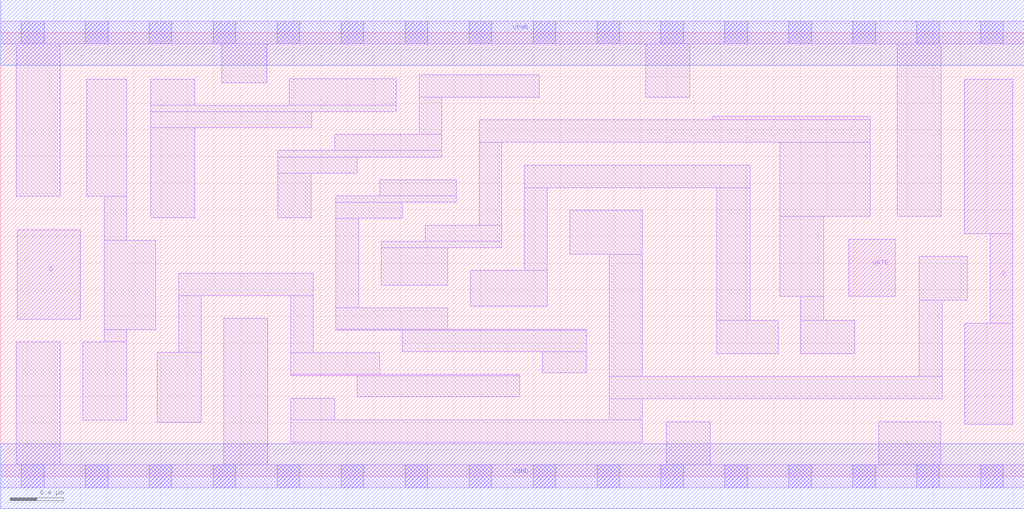
<source format=lef>
# Copyright 2020 The SkyWater PDK Authors
#
# Licensed under the Apache License, Version 2.0 (the "License");
# you may not use this file except in compliance with the License.
# You may obtain a copy of the License at
#
#     https://www.apache.org/licenses/LICENSE-2.0
#
# Unless required by applicable law or agreed to in writing, software
# distributed under the License is distributed on an "AS IS" BASIS,
# WITHOUT WARRANTIES OR CONDITIONS OF ANY KIND, either express or implied.
# See the License for the specific language governing permissions and
# limitations under the License.
#
# SPDX-License-Identifier: Apache-2.0

VERSION 5.7 ;
  NOWIREEXTENSIONATPIN ON ;
  DIVIDERCHAR "/" ;
  BUSBITCHARS "[]" ;
UNITS
  DATABASE MICRONS 200 ;
END UNITS
MACRO sky130_fd_sc_hs__dlxtp_1
  CLASS CORE ;
  FOREIGN sky130_fd_sc_hs__dlxtp_1 ;
  ORIGIN  0.000000  0.000000 ;
  SIZE  7.680000 BY  3.330000 ;
  SYMMETRY X Y ;
  SITE unit ;
  PIN D
    ANTENNAGATEAREA  0.208500 ;
    DIRECTION INPUT ;
    USE SIGNAL ;
    PORT
      LAYER li1 ;
        RECT 0.125000 1.180000 0.595000 1.850000 ;
    END
  END D
  PIN Q
    ANTENNADIFFAREA  0.541300 ;
    DIRECTION OUTPUT ;
    USE SIGNAL ;
    PORT
      LAYER li1 ;
        RECT 7.230000 1.820000 7.595000 2.980000 ;
        RECT 7.235000 0.390000 7.595000 1.150000 ;
        RECT 7.425000 1.150000 7.595000 1.820000 ;
    END
  END Q
  PIN GATE
    ANTENNAGATEAREA  0.237000 ;
    DIRECTION INPUT ;
    USE CLOCK ;
    PORT
      LAYER li1 ;
        RECT 6.365000 1.350000 6.715000 1.780000 ;
    END
  END GATE
  PIN VGND
    DIRECTION INOUT ;
    USE GROUND ;
    PORT
      LAYER met1 ;
        RECT 0.000000 -0.245000 7.680000 0.245000 ;
    END
  END VGND
  PIN VPWR
    DIRECTION INOUT ;
    USE POWER ;
    PORT
      LAYER met1 ;
        RECT 0.000000 3.085000 7.680000 3.575000 ;
    END
  END VPWR
  OBS
    LAYER li1 ;
      RECT 0.000000 -0.085000 7.680000 0.085000 ;
      RECT 0.000000  3.245000 7.680000 3.415000 ;
      RECT 0.115000  0.085000 0.445000 1.010000 ;
      RECT 0.115000  2.100000 0.445000 3.245000 ;
      RECT 0.615000  0.420000 0.945000 1.010000 ;
      RECT 0.645000  2.100000 0.945000 2.980000 ;
      RECT 0.775000  1.010000 0.945000 1.100000 ;
      RECT 0.775000  1.100000 1.165000 1.770000 ;
      RECT 0.775000  1.770000 0.945000 2.100000 ;
      RECT 1.125000  1.940000 1.455000 2.615000 ;
      RECT 1.125000  2.615000 2.335000 2.735000 ;
      RECT 1.125000  2.735000 2.970000 2.785000 ;
      RECT 1.125000  2.785000 1.455000 2.980000 ;
      RECT 1.175000  0.405000 1.505000 0.930000 ;
      RECT 1.335000  0.930000 1.505000 1.355000 ;
      RECT 1.335000  1.355000 2.345000 1.525000 ;
      RECT 1.660000  2.955000 1.995000 3.245000 ;
      RECT 1.675000  0.085000 2.005000 1.185000 ;
      RECT 2.080000  1.940000 2.330000 2.275000 ;
      RECT 2.080000  2.275000 2.675000 2.395000 ;
      RECT 2.080000  2.395000 3.310000 2.445000 ;
      RECT 2.165000  2.785000 2.970000 2.985000 ;
      RECT 2.175000  0.255000 4.815000 0.425000 ;
      RECT 2.175000  0.425000 2.505000 0.585000 ;
      RECT 2.175000  0.755000 3.895000 0.765000 ;
      RECT 2.175000  0.765000 2.845000 0.925000 ;
      RECT 2.175000  0.925000 2.345000 1.355000 ;
      RECT 2.505000  2.445000 3.310000 2.565000 ;
      RECT 2.515000  1.095000 4.395000 1.105000 ;
      RECT 2.515000  1.105000 3.355000 1.265000 ;
      RECT 2.515000  1.265000 2.685000 1.935000 ;
      RECT 2.515000  1.935000 3.015000 2.055000 ;
      RECT 2.515000  2.055000 3.420000 2.105000 ;
      RECT 2.675000  0.595000 3.895000 0.755000 ;
      RECT 2.845000  2.105000 3.420000 2.225000 ;
      RECT 2.855000  1.435000 3.355000 1.715000 ;
      RECT 2.855000  1.715000 3.760000 1.765000 ;
      RECT 3.015000  0.935000 4.395000 1.095000 ;
      RECT 3.140000  2.565000 3.310000 2.845000 ;
      RECT 3.140000  2.845000 4.040000 3.015000 ;
      RECT 3.185000  1.765000 3.760000 1.885000 ;
      RECT 3.525000  1.275000 4.100000 1.545000 ;
      RECT 3.590000  1.885000 3.760000 2.505000 ;
      RECT 3.590000  2.505000 6.525000 2.675000 ;
      RECT 3.930000  1.545000 4.100000 2.165000 ;
      RECT 3.930000  2.165000 5.625000 2.335000 ;
      RECT 4.065000  0.775000 4.395000 0.935000 ;
      RECT 4.270000  1.665000 4.815000 1.995000 ;
      RECT 4.565000  0.425000 4.815000 0.580000 ;
      RECT 4.565000  0.580000 7.065000 0.750000 ;
      RECT 4.565000  0.750000 4.815000 1.665000 ;
      RECT 4.840000  2.845000 5.170000 3.245000 ;
      RECT 4.995000  0.085000 5.325000 0.410000 ;
      RECT 5.340000  2.675000 6.525000 2.700000 ;
      RECT 5.375000  0.920000 5.835000 1.170000 ;
      RECT 5.375000  1.170000 5.625000 2.165000 ;
      RECT 5.845000  1.350000 6.175000 1.950000 ;
      RECT 5.845000  1.950000 6.525000 2.505000 ;
      RECT 6.005000  0.920000 6.410000 1.170000 ;
      RECT 6.005000  1.170000 6.175000 1.350000 ;
      RECT 6.590000  0.085000 7.055000 0.410000 ;
      RECT 6.730000  1.950000 7.060000 3.245000 ;
      RECT 6.895000  0.750000 7.065000 1.320000 ;
      RECT 6.895000  1.320000 7.255000 1.650000 ;
    LAYER mcon ;
      RECT 0.155000 -0.085000 0.325000 0.085000 ;
      RECT 0.155000  3.245000 0.325000 3.415000 ;
      RECT 0.635000 -0.085000 0.805000 0.085000 ;
      RECT 0.635000  3.245000 0.805000 3.415000 ;
      RECT 1.115000 -0.085000 1.285000 0.085000 ;
      RECT 1.115000  3.245000 1.285000 3.415000 ;
      RECT 1.595000 -0.085000 1.765000 0.085000 ;
      RECT 1.595000  3.245000 1.765000 3.415000 ;
      RECT 2.075000 -0.085000 2.245000 0.085000 ;
      RECT 2.075000  3.245000 2.245000 3.415000 ;
      RECT 2.555000 -0.085000 2.725000 0.085000 ;
      RECT 2.555000  3.245000 2.725000 3.415000 ;
      RECT 3.035000 -0.085000 3.205000 0.085000 ;
      RECT 3.035000  3.245000 3.205000 3.415000 ;
      RECT 3.515000 -0.085000 3.685000 0.085000 ;
      RECT 3.515000  3.245000 3.685000 3.415000 ;
      RECT 3.995000 -0.085000 4.165000 0.085000 ;
      RECT 3.995000  3.245000 4.165000 3.415000 ;
      RECT 4.475000 -0.085000 4.645000 0.085000 ;
      RECT 4.475000  3.245000 4.645000 3.415000 ;
      RECT 4.955000 -0.085000 5.125000 0.085000 ;
      RECT 4.955000  3.245000 5.125000 3.415000 ;
      RECT 5.435000 -0.085000 5.605000 0.085000 ;
      RECT 5.435000  3.245000 5.605000 3.415000 ;
      RECT 5.915000 -0.085000 6.085000 0.085000 ;
      RECT 5.915000  3.245000 6.085000 3.415000 ;
      RECT 6.395000 -0.085000 6.565000 0.085000 ;
      RECT 6.395000  3.245000 6.565000 3.415000 ;
      RECT 6.875000 -0.085000 7.045000 0.085000 ;
      RECT 6.875000  3.245000 7.045000 3.415000 ;
      RECT 7.355000 -0.085000 7.525000 0.085000 ;
      RECT 7.355000  3.245000 7.525000 3.415000 ;
  END
END sky130_fd_sc_hs__dlxtp_1
END LIBRARY

</source>
